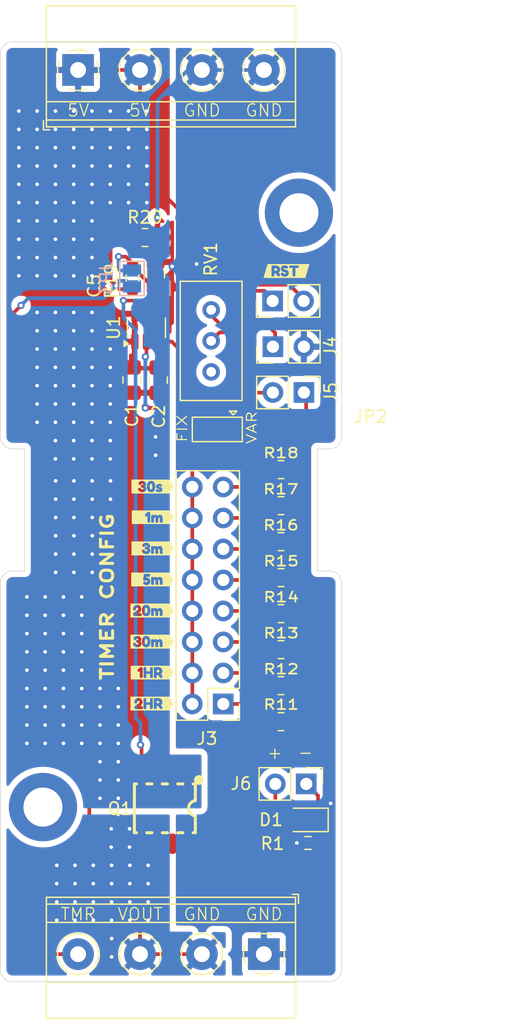
<source format=kicad_pcb>
(kicad_pcb (version 20240108) (generator "pcbnew") (generator_version "8.0")
  (layers (0 "F.Cu" signal) (31 "B.Cu" signal) (34 "B.Paste" user) (35 "F.Paste" user) (36 "B.SilkS" user "B.Silkscreen") (37 "F.SilkS" user "F.Silkscreen") (38 "B.Mask" user) (39 "F.Mask" user) (44 "Edge.Cuts" user))
  (net 0 "")
  (net 1 "+5V")
  (net 2 "GND")
  (net 3 "Net-(JP3-A)")
  (net 4 "VOUT")
  (net 5 "Net-(D1-K)")
  (net 6 "TIMER_DONE")
  (net 7 "Net-(J3-Pin_10)")
  (net 8 "Net-(J3-Pin_5)")
  (net 9 "Net-(J3-Pin_1)")
  (net 10 "Net-(J3-Pin_11)")
  (net 11 "Net-(J3-Pin_13)")
  (net 12 "Net-(J3-Pin_15)")
  (net 13 "Net-(J3-Pin_9)")
  (net 14 "Net-(J3-Pin_3)")
  (net 15 "Net-(J3-Pin_7)")
  (net 16 "Net-(J4-Pin_1)")
  (net 17 "Net-(J5-Pin_1)")
  (net 18 "Net-(J5-Pin_2)")
  (net 19 "Net-(JP2-C)")
  (net 20 "Net-(Q1-G)")
  (footprint "Resistor_SMD:R_0805_2012Metric_Pad1.20x1.40mm_HandSolder" (layer "F.Cu") (at 19.53 35.8)
    (property "Reference" "R13")
    (property "Value" "91K")
  )
  (footprint "Resistor_SMD:R_0603_1608Metric_Pad0.98x0.95mm_HandSolder" (layer "F.Cu") (at 7.35 5.35 -90)
    (property "Reference" "R19")
    (property "Value" "10K")
  )
  (footprint "Resistor_SMD:R_0805_2012Metric_Pad1.20x1.40mm_HandSolder" (layer "F.Cu") (at 8.37 2.0325)
    (property "Reference" "R20")
    (property "Value" "1M")
  )
  (footprint "Resistor_SMD:R_0805_2012Metric_Pad1.20x1.40mm_HandSolder" (layer "F.Cu") (at 19.53 41.7)
    (property "Reference" "R11")
    (property "Value" "169K")
  )
  (footprint "Capacitor_SMD:C_0805_2012Metric_Pad1.18x1.45mm_HandSolder" (layer "F.Cu") (at 7.3 13.7125 90)
    (property "Reference" "C1")
    (property "Value" "100nF")
  )
  (footprint "TerminalBlock_Phoenix:TerminalBlock_Phoenix_MKDS-1,5-4-5.08_1x04_P5.08mm_Horizontal" (layer "F.Cu") (at 2.88 -11.695)
    (property "Reference" "J1" (hide yes))
    (property "Value" "Screw_Terminal_01x04")
  )
  (footprint "Resistor_SMD:R_0805_2012Metric_Pad1.20x1.40mm_HandSolder" (layer "F.Cu") (at 19.53 32.85)
    (property "Reference" "R14")
    (property "Value" "76.8K")
  )
  (footprint "kibuzzard-6780055F" (layer "F.Cu") (at 8.995493 22.436439)
    (property "Reference" "kibuzzard-6780055F" (hide yes))
    (property "Value" "G***" (hide yes))
  )
  (footprint "powergate:SOP-8_L5.0-W4.0-P1.27-LS6.2-BL" (layer "F.Cu") (at 10 48.8 180)
    (property "Reference" "Q1")
    (property "Value" "AO4459")
  )
  (footprint "kibuzzard-6780065B" (layer "F.Cu") (at 8.954721 40.216439)
    (property "Reference" "kibuzzard-6780065B" (hide yes))
    (property "Value" "G***" (hide yes))
  )
  (footprint "Connector_PinHeader_2.54mm:PinHeader_2x08_P2.54mm_Vertical" (layer "F.Cu") (at 14.79 40.25 180)
    (property "Reference" "J3")
    (property "Value" "Timer Config")
  )
  (footprint "Connector_PinHeader_2.54mm:PinHeader_1x02_P2.54mm_Vertical" (layer "F.Cu") (at 21.6 46.8 -90)
    (property "Reference" "J6")
    (property "Value" "Conn_01x02_Socket")
  )
  (footprint "Resistor_SMD:R_0805_2012Metric_Pad1.20x1.40mm_HandSolder" (layer "F.Cu") (at 19.53 38.75)
    (property "Reference" "R12")
    (property "Value" "124K")
  )
  (footprint "kibuzzard-678005F6" (layer "F.Cu") (at 8.996996 27.506781)
    (property "Reference" "kibuzzard-678005F6" (hide yes))
    (property "Value" "G***" (hide yes))
  )
  (footprint "Connector_PinHeader_2.54mm:PinHeader_1x02_P2.54mm_Vertical" (layer "F.Cu") (at 18.84 7.23 90)
    (property "Reference" "SW1" (hide yes))
    (property "Value" "SW_Push")
  )
  (footprint "Resistor_SMD:R_0805_2012Metric_Pad1.20x1.40mm_HandSolder" (layer "F.Cu") (at 19.53 26.95)
    (property "Reference" "R16")
    (property "Value" "34.8K")
  )
  (footprint "Jumper:SolderJumper-3_P1.3mm_Open_Pad1.0x1.5mm" (layer "F.Cu") (at 14.3 17.755357 180)
    (property "Reference" "JP2")
    (property "Value" "SolderJumper_3_Open")
  )
  (footprint "kibuzzard-678005E5" (layer "F.Cu") (at 9.00794 24.95)
    (property "Reference" "kibuzzard-678005E5" (hide yes))
    (property "Value" "G***" (hide yes))
  )
  (footprint "MountingHole:MountingHole_3.2mm_M3_DIN965_Pad_TopBottom" (layer "F.Cu") (at 21 0)
    (property "Reference" "REF**" (hide yes))
    (property "Value" "MountingHole_3.2mm_M3_DIN965_Pad_TopBottom" (hide yes))
  )
  (footprint "Potentiometer_THT:Potentiometer_Bourns_3296W_Vertical" (layer "F.Cu") (at 13.8 13.04 -90)
    (property "Reference" "RV1")
    (property "Value" "200K")
  )
  (footprint "kibuzzard-67800525" (layer "F.Cu") (at 8.964163 37.681588)
    (property "Reference" "kibuzzard-67800525" (hide yes))
    (property "Value" "G***" (hide yes))
  )
  (footprint "kibuzzard-67800635" (layer "F.Cu") (at 8.954292 32.593863)
    (property "Reference" "kibuzzard-67800635" (hide yes))
    (property "Value" "G***" (hide yes))
  )
  (footprint "MountingHole:MountingHole_3.2mm_M3_DIN965_Pad_TopBottom" (layer "F.Cu") (at 0 48.7)
    (property "Reference" "REF**" (hide yes))
    (property "Value" "MountingHole_3.2mm_M3_DIN965_Pad_TopBottom" (hide yes))
  )
  (footprint "kibuzzard-67800642" (layer "F.Cu") (at 8.954935 35.142876)
    (property "Reference" "kibuzzard-67800642" (hide yes))
    (property "Value" "G***" (hide yes))
  )
  (footprint "Resistor_SMD:R_0805_2012Metric_Pad1.20x1.40mm_HandSolder" (layer "F.Cu") (at 19.53 29.9)
    (property "Reference" "R15")
    (property "Value" "43.2K")
  )
  (footprint "kibuzzard-6780061E" (layer "F.Cu") (at 8.985408 30.05)
    (property "Reference" "kibuzzard-6780061E" (hide yes))
    (property "Value" "G***" (hide yes))
  )
  (footprint "kibuzzard-6780088B" (layer "F.Cu") (at 19.975 4.775)
    (property "Reference" "kibuzzard-6780088B" (hide yes))
    (property "Value" "G***" (hide yes))
  )
  (footprint "Capacitor_SMD:C_0805_2012Metric_Pad1.18x1.45mm_HandSolder" (layer "F.Cu") (at 9.24 5.0725 90)
    (property "Reference" "C5")
    (property "Value" "100nF")
  )
  (footprint "TerminalBlock_Phoenix:TerminalBlock_Phoenix_MKDS-1,5-4-5.08_1x04_P5.08mm_Horizontal" (layer "F.Cu") (at 18.12 60.75 180)
    (property "Reference" "J2" (hide yes))
    (property "Value" "Screw_Terminal_01x04")
  )
  (footprint "Resistor_SMD:R_0805_2012Metric_Pad1.20x1.40mm_HandSolder" (layer "F.Cu") (at 19.53 24)
    (property "Reference" "R17")
    (property "Value" "22K")
  )
  (footprint "Package_TO_SOT_SMD:SOT-23-6" (layer "F.Cu") (at 8.49 9.4225 90)
    (property "Reference" "U1")
    (property "Value" "TPL5110")
  )
  (footprint "Connector_PinHeader_2.54mm:PinHeader_1x02_P2.54mm_Vertical" (layer "F.Cu") (at 21.405 14.73 -90)
    (property "Reference" "J5")
    (property "Value" "Conn_01x02_Socket")
  )
  (footprint "Resistor_SMD:R_0805_2012Metric_Pad1.20x1.40mm_HandSolder" (layer "F.Cu") (at 19.53 21.05)
    (property "Reference" "R18")
    (property "Value" "16.9K")
  )
  (footprint "Connector_PinHeader_2.54mm:PinHeader_1x02_P2.54mm_Vertical" (layer "F.Cu") (at 18.865 10.98 90)
    (property "Reference" "J4")
    (property "Value" "Conn_01x02_Socket")
  )
  (footprint "LED_SMD:LED_0805_2012Metric_Pad1.15x1.40mm_HandSolder" (layer "F.Cu") (at 21.54 49.75 180)
    (property "Reference" "D1")
    (property "Value" "LED")
  )
  (footprint "Capacitor_SMD:C_0805_2012Metric_Pad1.18x1.45mm_HandSolder" (layer "F.Cu") (at 9.46 13.7225 90)
    (property "Reference" "C2")
    (property "Value" "10uF")
  )
  (footprint "Resistor_SMD:R_0603_1608Metric_Pad0.98x0.95mm_HandSolder" (layer "F.Cu") (at 21.74 51.64 180)
    (property "Reference" "R1")
    (property "Value" "1K")
  )
  (footprint "Jumper:SolderJumper-2_P1.3mm_Open_Pad1.0x1.5mm" (layer "B.Cu") (at 7.3 5.3825 -90)
    (property "Reference" "JP3")
    (property "Value" "SolderJumper_2_Open")
  )
  (gr_line (start -2.5 -14) (end 23.5 -14) (stroke (width 0.05)) (layer "Edge.Cuts"))
  (gr_arc (start -2.5 63) (mid -3.207107 62.707107) (end -3.5 62) (stroke (width 0.05)) (layer "Edge.Cuts"))
  (gr_arc (start 24.5 18.35) (mid 24.207107 19.057107) (end 23.5 19.35) (stroke (width 0.05)) (layer "Edge.Cuts"))
  (gr_line (start -3.5 18.35) (end -3.5 -13) (stroke (width 0.05)) (layer "Edge.Cuts"))
  (gr_line (start 24.5 30.35) (end 24.5 62) (stroke (width 0.05)) (layer "Edge.Cuts"))
  (gr_line (start -1.5 19.35) (end -2.5 19.35) (stroke (width 0.05)) (layer "Edge.Cuts"))
  (gr_arc (start -3.5 -13) (mid -3.207107 -13.707107) (end -2.5 -14) (stroke (width 0.05)) (layer "Edge.Cuts"))
  (gr_line (start 23.5 29.35) (end 22.5 29.35) (stroke (width 0.05)) (layer "Edge.Cuts"))
  (gr_line (start -1.5 19.35) (end -1.5 29.35) (stroke (width 0.05)) (layer "Edge.Cuts"))
  (gr_arc (start 23.5 -14) (mid 24.207107 -13.707107) (end 24.5 -13) (stroke (width 0.05)) (layer "Edge.Cuts"))
  (gr_arc (start -3.5 30.35) (mid -3.207107 29.642893) (end -2.5 29.35) (stroke (width 0.05)) (layer "Edge.Cuts"))
  (gr_arc (start -2.5 19.35) (mid -3.207107 19.057107) (end -3.5 18.35) (stroke (width 0.05)) (layer "Edge.Cuts"))
  (gr_arc (start 23.5 29.35) (mid 24.207107 29.642893) (end 24.5 30.35) (stroke (width 0.05)) (layer "Edge.Cuts"))
  (gr_line (start 22.5 19.35) (end 23.5 19.35) (stroke (width 0.05)) (layer "Edge.Cuts"))
  (gr_line (start -3.5 62) (end -3.5 30.35) (stroke (width 0.05)) (layer "Edge.Cuts"))
  (gr_line (start -2.5 29.35) (end -1.5 29.35) (stroke (width 0.05)) (layer "Edge.Cuts"))
  (gr_line (start 22.5 29.35) (end 22.5 19.35) (stroke (width 0.05)) (layer "Edge.Cuts"))
  (gr_arc (start 24.5 62) (mid 24.207107 62.707107) (end 23.5 63) (stroke (width 0.05)) (layer "Edge.Cuts"))
  (gr_line (start 24.5 18.35) (end 24.5 -13) (stroke (width 0.05)) (layer "Edge.Cuts"))
  (gr_line (start -2.5 63) (end 23.5 63) (stroke (width 0.05)) (layer "Edge.Cuts"))
  (gr_text "GND" (at 16.546191 -7.8 0) (layer "F.SilkS") (effects (font (size 1 1) (thickness 0.1)) (justify left bottom)))
  (gr_text "TMR" (at 1.377619 58.06 0) (layer "F.SilkS") (effects (font (size 1 1) (thickness 0.1)) (justify left bottom)))
  (gr_text "FIX" (at 11.89 18.89 90) (layer "F.SilkS") (effects (font (size 0.8 1) (thickness 0.1)) (justify left bottom)))
  (gr_text "GND" (at 11.466191 -7.8 0) (layer "F.SilkS") (effects (font (size 1 1) (thickness 0.1)) (justify left bottom)))
  (gr_text "VAR" (at 17.59 19.02 90) (layer "F.SilkS") (effects (font (size 0.8 1) (thickness 0.1)) (justify left bottom)))
  (gr_text "+" (at 18.34 44.83 0) (layer "F.SilkS") (effects (font (size 1 1) (thickness 0.1)) (justify left bottom)))
  (gr_text "GND" (at 16.550953 58.06 0) (layer "F.SilkS") (effects (font (size 1 1) (thickness 0.1)) (justify left bottom)))
  (gr_text "VOUT" (at 6.052857 58.06 0) (layer "F.SilkS") (effects (font (size 1 1) (thickness 0.1)) (justify left bottom)))
  (gr_text "-" (at 20.86 44.8 0) (layer "F.SilkS") (effects (font (size 1 1) (thickness 0.1)) (justify left bottom)))
  (gr_text "TIMER CONFIG" (at 5.85 38.429524 90) (layer "F.SilkS") (effects (font (size 1 1.3) (thickness 0.25) (bold yes)) (justify left bottom)))
  (gr_text "5V" (at 1.925238 -7.8 0) (layer "F.SilkS") (effects (font (size 1 1) (thickness 0.1)) (justify left bottom)))
  (gr_text "GND" (at 11.470953 58.06 0) (layer "F.SilkS") (effects (font (size 1 1) (thickness 0.1)) (justify left bottom)))
  (gr_text "5V" (at 7.005238 -7.8 0) (layer "F.SilkS") (effects (font (size 1 1) (thickness 0.1)) (justify left bottom)))
  (segment (start 7.54 12.435) (end 7.3 12.675) (width 0.2) (layer "F.Cu") (net 1))
  (segment (start 4.8 -0.28) (end 7.96 -3.44) (width 0.2) (layer "F.Cu") (net 1))
  (segment (start 7.3 12.675) (end 9.45 12.675) (width 0.2) (layer "F.Cu") (net 1))
  (segment (start 11.4 0) (end 7.96 -3.44) (width 0.3) (layer "F.Cu") (net 1))
  (segment (start 11.9 5.9) (end 11.4 5.4) (width 0.3) (layer "F.Cu") (net 1))
  (segment (start 21.565 7.25) (end 20.215 5.9) (width 0.3) (layer "F.Cu") (net 1))
  (segment (start 6 15.8) (end 6.6 16.4) (width 0.2) (layer "F.Cu") (net 1))
  (segment (start 6.285 8.285) (end 4.8 6.8) (width 0.2) (layer "F.Cu") (net 1))
  (segment (start 7 39.4) (end 7 16.8) (width 0.3) (layer "F.Cu") (net 1))
  (segment (start 4.8 6.8) (end 4.8 -0.28) (width 0.2) (layer "F.Cu") (net 1))
  (segment (start 7.3 12.675) (end 6.525 12.675) (width 0.2) (layer "F.Cu") (net 1))
  (segment (start 7 16.8) (end 6.6 16.4) (width 0.3) (layer "F.Cu") (net 1))
  (segment (start 6 13.2) (end 6 15.8) (width 0.2) (layer "F.Cu") (net 1))
  (segment (start 7.54 8.285) (end 7.54 10.56) (width 0.2) (layer "F.Cu") (net 1))
  (segment (start 20.215 5.9) (end 11.9 5.9) (width 0.3) (layer "F.Cu") (net 1))
  (segment (start 7.96 -3.44) (end 7.96 -11.695) (width 0.3) (layer "F.Cu") (net 1))
  (segment (start 11.9 45.9) (end 9.36 45.9) (width 0.3) (layer "F.Cu") (net 1))
  (segment (start 9.36 45.9) (end 9.36 41.76) (width 0.3) (layer "F.Cu") (net 1))
  (segment (start 9.36 41.76) (end 7 39.4) (width 0.3) (layer "F.Cu") (net 1))
  (segment (start 7.54 8.285) (end 6.285 8.285) (width 0.2) (layer "F.Cu") (net 1))
  (segment (start 7.54 10.56) (end 7.54 12.435) (width 0.2) (layer "F.Cu") (net 1))
  (segment (start 9.45 12.675) (end 9.46 12.685) (width 0.2) (layer "F.Cu") (net 1))
  (segment (start 11.4 5.4) (end 11.4 0) (width 0.3) (layer "F.Cu") (net 1))
  (segment (start 7.96 -11.695) (end 2.88 -11.695) (width 0.3) (layer "F.Cu") (net 1))
  (segment (start 6.525 12.675) (end 6 13.2) (width 0.2) (layer "F.Cu") (net 1))
  (via (at 1.68 31.48) (size 0.6) (drill 0.3) (layers "F.Cu" "B.Cu") (net 1))
  (via (at 2.54 29.47) (size 0.6) (drill 0.3) (layers "F.Cu" "B.Cu") (net 1))
  (via (at 5.54 21.97) (size 0.6) (drill 0.3) (layers "F.Cu" "B.Cu") (net 1))
  (via (at 4.68 44.98) (size 0.6) (drill 0.3) (layers "F.Cu" "B.Cu") (net 1))
  (via (at -1.32 31.48) (size 0.6) (drill 0.3) (layers "F.Cu" "B.Cu") (net 1))
  (via (at 4.02 -5.33) (size 0.6) (drill 0.3) (layers "F.Cu" "B.Cu") (net 1))
  (via (at 2.52 0.67) (size 0.6) (drill 0.3) (layers "F.Cu" "B.Cu") (net 1))
  (via (at 5.52 -2.33) (size 0.6) (drill 0.3) (layers "F.Cu" "B.Cu") (net 1))
  (via (at 4.02 -0.83) (size 0.6) (drill 0.3) (layers "F.Cu" "B.Cu") (net 1))
  (via (at 1.02 11.17) (size 0.6) (drill 0.3) (layers "F.Cu" "B.Cu") (net 1))
  (via (at 4.68 41.98) (size 0.6) (drill 0.3) (layers "F.Cu" "B.Cu") (net 1))
  (via (at 4.68 47.98) (size 0.6) (drill 0.3) (layers "F.Cu" "B.Cu") (net 1))
  (via (at 4.02 12.67) (size 0.6) (drill 0.3) (layers "F.Cu" "B.Cu") (net 1))
  (via (at 3.18 43.48) (size 0.6) (drill 0.3) (layers "F.Cu" "B.Cu") (net 1))
  (via (at 1.04 26.47) (size 0.6) (drill 0.3) (layers "F.Cu" "B.Cu") (net 1))
  (via (at 5.52 -3.83) (size 0.6) (drill 0.3) (layers "F.Cu" "B.Cu") (net 1))
  (via (at -1.98 3.67) (size 0.6) (drill 0.3) (layers "F.Cu" "B.Cu") (net 1))
  (via (at -1.98 -6.83) (size 0.6) (drill 0.3) (layers "F.Cu" "B.Cu") (net 1))
  (via (at 4.68 43.48) (size 0.6) (drill 0.3) (layers "F.Cu" "B.Cu") (net 1))
  (via (at 2.52 -0.83) (size 0.6) (drill 0.3) (layers "F.Cu" "B.Cu") (net 1))
  (via (at 8.52 -5.33) (size 0.6) (drill 0.3) (layers "F.Cu" "B.Cu") (net 1))
  (via (at -1.98 5.17) (size 0.6) (drill 0.3) (layers "F.Cu" "B.Cu") (net 1))
  (via (at 8.52 -3.83) (size 0.6) (drill 0.3) (layers "F.Cu" "B.Cu") (net 1))
  (via (at 5.52 -6.83) (size 0.6) (drill 0.3) (layers "F.Cu" "B.Cu") (net 1))
  (via (at 1.02 2.17) (size 0.6) (drill 0.3) (layers "F.Cu" "B.Cu") (net 1))
  (via (at -1.32 38.98) (size 0.6) (drill 0.3) (layers "F.Cu" "B.Cu") (net 1))
  (via (at 2.52 -5.33) (size 0.6) (drill 0.3) (layers "F.Cu" "B.Cu") (net 1))
  (via (at 2.52 12.67) (size 0.6) (drill 0.3) (layers "F.Cu" "B.Cu") (net 1))
  (via (at 9.24 19.87) (size 0.6) (drill 0.3) (layers "F.Cu" "B.Cu") (net 1))
  (via (at 0.18 40.48) (size 0.6) (drill 0.3) (layers "F.Cu" "B.Cu") (net 1))
  (via (at 1.02 14.17) (size 0.6) (drill 0.3) (layers "F.Cu" "B.Cu") (net 1))
  (via (at 5.52 20.17) (size 0.6) (drill 0.3) (layers "F.Cu" "B.Cu") (net 1))
  (via (at -1.32 40.48) (size 0.6) (drill 0.3) (layers "F.Cu" "B.Cu") (net 1))
  (via (at -0.48 0.67) (size 0.6) (drill 0.3) (layers "F.Cu" "B.Cu") (net 1))
  (via (at 4.04 27.97) (size 0.6) (drill 0.3) (layers "F.Cu" "B.Cu") (net 1))
  (via (at -1.32 32.98) (size 0.6) (drill 0.3) (layers "F.Cu" "B.Cu") (net 1))
  (via (at 1.02 -0.83) (size 0.6) (drill 0.3) (layers "F.Cu" "B.Cu") (net 1))
  (via (at 4.02 20.17) (size 0.6) (drill 0.3) (layers "F.Cu" "B.Cu") (net 1))
  (via (at -1.32 35.98) (size 0.6) (drill 0.3) (layers "F.Cu" "B.Cu") (net 1))
  (via (at -0.48 -2.33) (size 0.6) (drill 0.3) (layers "F.Cu" "B.Cu") (net 1))
  (via (at 9.24 18.37) (size 0.6) (drill 0.3) (layers "F.Cu" "B.Cu") (net 1))
  (via (at 3.18 32.98) (size 0.6) (drill 0.3) (layers "F.Cu" "B.Cu") (net 1))
  (via (at 1.02 12.67) (size 0.6) (drill 0.3) (layers "F.Cu" "B.Cu") (net 1))
  (via (at 4.02 -8.33) (size 0.6) (drill 0.3) (layers "F.Cu" "B.Cu") (net 1))
  (via (at 4.02 0.67) (size 0.6) (drill 0.3) (layers "F.Cu" "B.Cu") (net 1))
  (via (at 0.18 38.98) (size 0.6) (drill 0.3) (layers "F.Cu" "B.Cu") (net 1))
  (via (at 4.02 17.17) (size 0.6) (drill 0.3) (layers "F.Cu" "B.Cu") (net 1))
  (via (at 2.54 27.97) (size 0.6) (drill 0.3) (layers "F.Cu" "B.Cu") (net 1))
  (via (at -1.32 43.48) (size 0.6) (drill 0.3) (layers "F.Cu" "B.Cu") (net 1))
  (via (at 4.68 38.98) (size 0.6) (drill 0.3) (layers "F.Cu" "B.Cu") (net 1))
  (via (at 4.02 15.67) (size 0.6) (drill 0.3) (layers "F.Cu" "B.Cu") (net 1))
  (via (at -0.48 9.67) (size 0.6) (drill 0.3) (layers "F.Cu" "B.Cu") (net 1))
  (via (at 4.04 24.97) (size 0.6) (drill 0.3) (layers "F.Cu" "B.Cu") (net 1))
  (via (at 2.52 9.67) (size 0.6) (drill 0.3) (layers "F.Cu" "B.Cu") (net 1))
  (via (at 2.52 17.17) (size 0.6) (drill 0.3) (layers "F.Cu" "B.Cu") (net 1))
  (via (at 4.68 40.48) (size 0.6) (drill 0.3) (layers "F.Cu" "B.Cu") (net 1))
  (via (at 1.02 15.67) (size 0.6) (drill 0.3) (layers "F.Cu" "B.Cu") (net 1))
  (via (at -0.48 5.17) (size 0.6) (drill 0.3) (layers "F.Cu" "B.Cu") (net 1))
  (via (at 1.04 21.97) (size 0.6) (drill 0.3) (layers "F.Cu" "B.Cu") (net 1))
  (via (at -0.48 3.67) (size 0.6) (drill 0.3) (layers "F.Cu" "B.Cu") (net 1))
  (via (at 2.52 3.67) (size 0.6) (drill 0.3) (layers "F.Cu" "B.Cu") (net 1))
  (via (at 5.52 12.67) (size 0.6) (drill 0.3) (layers "F.Cu" "B.Cu") (net 1))
  (via (at -0.48 -3.83) (size 0.6) (drill 0.3) (layers "F.Cu" "B.Cu") (net 1))
  (via (at 3.18 34.48) (size 0.6) (drill 0.3) (layers "F.Cu" "B.Cu") (net 1))
  (via (at 2.52 5.17) (size 0.6) (drill 0.3) (layers "F.Cu" "B.Cu") (net 1))
  (via (at 0.18 35.98) (size 0.6) (drill 0.3) (layers "F.Cu" "B.Cu") (net 1))
  (via (at 5.52 17.17) (size 0.6) (drill 0.3) (layers "F.Cu" "B.Cu") (net 1))
  (via (at 2.52 2.17) (size 0.6) (drill 0.3) (layers "F.Cu" "B.Cu") (net 1))
  (via (at 1.68 34.48) (size 0.6) (drill 0.3) (layers "F.Cu" "B.Cu") (net 1))
  (via (at 4.02 2.17) (size 0.6) (drill 0.3) (layers "F.Cu" "B.Cu") (net 1))
  (via (at 4.02 9.67) (size 0.6) (drill 0.3) (layers "F.Cu" "B.Cu") (net 1))
  (via (at 4.02 3.67) (size 0.6) (drill 0.3) (layers "F.Cu" "B.Cu") (net 1))
  (via (at 2.54 21.97) (size 0.6) (drill 0.3) (layers "F.Cu" "B.Cu") (net 1))
  (via (at 7.02 -3.83) (size 0.6) (drill 0.3) (layers "F.Cu" "B.Cu") (net 1))
  (via (at 5.52 -5.33) (size 0.6) (drill 0.3) (layers "F.Cu" "B.Cu") (net 1))
  (via (at -1.98 -3.83) (size 0.6) (drill 0.3) (layers "F.Cu" "B.Cu") (net 1))
  (via (at 2.52 -2.33) (size 0.6) (drill 0.3) (layers "F.Cu" "B.Cu") (net 1))
  (via (at 5.52 14.17) (size 0.6) (drill 0.3) (layers "F.Cu" "B.Cu") (net 1))
  (via (at -1.98 -0.83) (size 0.6) (drill 0.3) (layers "F.Cu" "B.Cu") (net 1))
  (via (at -0.48 14.17) (size 0.6) (drill 0.3) (layers "F.Cu" "B.Cu") (net 1))
  (via (at 1.68 35.98) (size 0.6) (drill 0.3) (layers "F.Cu" "B.Cu") (net 1))
  (via (at -0.48 2.17) (size 0.6) (drill 0.3) (layers "F.Cu" "B.Cu") (net 1))
  (via (at 0.18 37.48) (size 0.6) (drill 0.3) (layers "F.Cu" "B.Cu") (net 1))
  (via (at 6.18 40.48) (size 0.6) (drill 0.3) (layers "F.Cu" "B.Cu") (net 1))
  (via (at 7.02 -5.33) (size 0.6) (drill 0.3) (layers "F.Cu" "B.Cu") (net 1))
  (via (at 8.52 -6.83) (size 0.6) (drill 0.3) (layers "F.Cu" "B.Cu") (net 1))
  (via (at 1.02 18.67) (size 0.6) (drill 0.3) (layers "F.Cu" "B.Cu") (net 1))
  (via (at -0.48 12.67) (size 0.6) (drill 0.3) (layers "F.Cu" "B.Cu") (net 1))
  (via (at 4.04 26.47) (size 0.6) (drill 0.3) (layers "F.Cu" "B.Cu") (net 1))
  (via (at 1.02 9.67) (size 0.6) (drill 0.3) (layers "F.Cu" "B.Cu") (net 1))
  (via (at 0.18 31.48) (size 0.6) (drill 0.3) (layers "F.Cu" "B.Cu") (net 1))
  (via (at -1.32 41.98) (size 0.6) (drill 0.3) (layers "F.Cu" "B.Cu") (net 1))
  (via (at 1.68 38.98) (size 0.6) (drill 0.3) (layers "F.Cu" "B.Cu") (net 1))
  (via (at 2.52 11.17) (size 0.6) (drill 0.3) (layers "F.Cu" "B.Cu") (net 1))
  (via (at 2.52 -3.83) (size 0.6) (drill 0.3) (layers "F.Cu" "B.Cu") (net 1))
  (via (at 7.02 -8.33) (size 0.6) (drill 0.3) (layers "F.Cu" "B.Cu") (net 1))
  (via (at 4.02 18.67) (size 0.6) (drill 0.3) (layers "F.Cu" "B.Cu") (net 1))
  (via (at 6.18 38.98) (size 0.6) (drill 0.3) (layers "F.Cu" "B.Cu") (net 1))
  (via (at 6.18 46.48) (size 0.6) (drill 0.3) (layers "F.Cu" "B.Cu") (net 1))
  (via (at -1.32 37.48) (size 0.6) (drill 0.3) (layers "F.Cu" "B.Cu") (net 1))
  (via (at 7.02 -2.33) (size 0.6) (drill 0.3) (layers "F.Cu" "B.Cu") (net 1))
  (via (at 6.18 44.98) (size 0.6) (drill 0.3) (layers "F.Cu" "B.Cu") (net 1))
  (via (at 6.18 47.98) (size 0.6) (drill 0.3) (layers "F.Cu" "B.Cu") (net 1))
  (via (at 3.18 38.98) (size 0.6) (drill 0.3) (layers "F.Cu" "B.Cu") (net 1))
  (via (at 1.68 37.48) (size 0.6) (drill 0.3) (layers "F.Cu" "B.Cu") (net 1))
  (via (at 4.68 46.48) (size 0.6) (drill 0.3) (layers "F.Cu" "B.Cu") (net 1))
  (via (at -1.98 0.67) (size 0.6) (drill 0.3) (layers "F.Cu" "B.Cu") (net 1))
  (via (at -0.48 11.17) (size 0.6) (drill 0.3) (layers "F.Cu" "B.Cu") (net 1))
  (via (at -0.48 -5.33) (size 0.6) (drill 0.3) (layers "F.Cu" "B.Cu") (net 1))
  (via (at -1.32 34.48) (size 0.6) (drill 0.3) (layers "F.Cu" "B.Cu") (net 1))
  (via (at 3.18 40.48) (size 0.6) (drill 0.3) (layers "F.Cu" "B.Cu") (net 1))
  (via (at 1.02 -6.83) (size 0.6) (drill 0.3) (layers "F.Cu" "B.Cu") (net 1))
  (via (at 1.68 43.48) (size 0.6) (drill 0.3) (layers "F.Cu" "B.Cu") (net 1))
  (via (at 4.02 8.17) (size 0.6) (drill 0.3) (layers "F.Cu" "B.Cu") (net 1))
  (via (at 1.04 29.47) (size 0.6) (drill 0.3) (layers "F.Cu" "B.Cu") (net 1))
  (via (at 4.02 14.17) (size 0.6) (drill 0.3) (layers "F.Cu" "B.Cu") (net 1))
  (via (at 1.68 40.48) (size 0.6) (drill 0.3) (layers "F.Cu" "B.Cu") (net 1))
  (via (at 5.52 18.67) (size 0.6) (drill 0.3) (layers "F.Cu" "B.Cu") (net 1))
  (via (at 2.52 -8.33) (size 0.6) (drill 0.3) (layers "F.Cu" "B.Cu") (net 1))
  (via (at 2.54 24.97) (size 0.6) (drill 0.3) (layers "F.Cu" "B.Cu") (net 1))
  (via (at 4.02 5.17) (size 0.6) (drill 0.3) (layers "F.Cu" "B.Cu") (net 1))
  (via (at 7.02 -6.83) (size 0.6) (drill 0.3) (layers "F.Cu" "B.Cu") (net 1))
  (via (at -0.48 17.17) (size 0.6) (drill 0.3) (layers "F.Cu" "B.Cu") (net 1))
  (via (at 1.68 41.98) (size 0.6) (drill 0.3) (layers "F.Cu" "B.Cu") (net 1))
  (via (at 3.18 35.98) (size 0.6) (drill 0.3) (layers "F.Cu" "B.Cu") (net 1))
  (via (at 5.52 -0.83) (size 0.6) (drill 0.3) (layers "F.Cu" "B.Cu") (net 1))
  (via (at 8.52 -8.33) (size 0.6) (drill 0.3) (layers "F.Cu" "B.Cu") (net 1))
  (via (at 1.04 24.97) (size 0.6) (drill 0.3) (layers "F.Cu" "B.Cu") (net 1))
  (via (at 4.04 21.97) (size 0.6) (drill 0.3) (layers "F.Cu" "B.Cu") (net 1))
  (via (at 0.18 32.98) (size 0.6) (drill 0.3) (layers "F.Cu" "B.Cu") (net 1))
  (via (at 2.52 18.67) (size 0.6) (drill 0.3) (layers "F.Cu" "B.Cu") (net 1))
  (via (at 1.02 5.17) (size 0.6) (drill 0.3) (layers "F.Cu" "B.Cu") (net 1))
  (via (at 1.02 -8.33) (size 0.6) (drill 0.3) (layers "F.Cu" "B.Cu") (net 1))
  (via (at -0.48 15.67) (size 0.6) (drill 0.3) (layers "F.Cu" "B.Cu") (net 1))
  (via (at 3.18 31.48) (size 0.6) (drill 0.3) (layers "F.Cu" "B.Cu") (net 1))
  (via (at 1.02 -2.33) (size 0.6) (drill 0.3) (layers "F.Cu" "B.Cu") (net 1))
  (via (at 1.04 23.47) (size 0.6) (drill 0.3) (layers "F.Cu" "B.Cu") (net 1))
  (via (at 2.54 23.47) (size 0.6) (drill 0.3) (layers "F.Cu" "B.Cu") (net 1))
  (via (at 3.18 37.48) (size 0.6) (drill 0.3) (layers "F.Cu" "B.Cu") (net 1))
  (via (at 4.02 -6.83) (size 0.6) (drill 0.3) (layers "F.Cu" "B.Cu") (net 1))
  (via (at -0.48 -6.83) (size 0.6) (drill 0.3) (layers "F.Cu" "B.Cu") (net 1))
  (via (at -0.48 -8.33) (size 0.6) (drill 0.3) (layers "F.Cu" "B.Cu") (net 1))
  (via (at -1.98 -8.33) (size 0.6) (drill 0.3) (layers "F.Cu" "B.Cu") (net 1))
  (via (at 0.18 41.98) (size 0.6) (drill 0.3) (layers "F.Cu" "B.Cu") (net 1))
  (via (at 5.52 -8.33) (size 0.6) (drill 0.3) (layers "F.Cu" "B.Cu") (net 1))
  (via (at -1.98 -5.33) (size 0.6) (drill 0.3) (layers "F.Cu" "B.Cu") (net 1))
  (via (at 2.52 15.67) (size 0.6) (drill 0.3) (layers "F.Cu" "B.Cu") (net 1))
  (via (at -1.98 -2.33) (size 0.6) (drill 0.3) (layers "F.Cu" "B.Cu") (net 1))
  (via (at 2.52 8.17) (size 0.6) (drill 0.3) (layers "F.Cu" "B.Cu") (net 1))
  (via (at 6.18 41.98) (size 0.6) (drill 0.3) (layers "F.Cu" "B.Cu") (net 1))
  (via (at 4.04 29.47) (size 0.6) (drill 0.3) (layers "F.Cu" "B.Cu") (net 1))
  (via (at 6.18 43.48) (size 0.6) (drill 0.3) (layers "F.Cu" "B.Cu") (net 1))
  (via (at 1.02 17.17) (size 0.6) (drill 0.3) (layers "F.Cu" "B.Cu") (net 1))
  (via (at 1.04 27.97) (size 0.6) (drill 0.3) (layers "F.Cu" "B.Cu") (net 1))
  (via (at 7.02 -0.83) (size 0.6) (drill 0.3) (layers "F.Cu" "B.Cu") (net 1))
  (via (at 2.52 -6.83) (size 0.6) (drill 0.3) (layers "F.Cu" "B.Cu") (net 1))
  (via (at 8.52 -2.33) (size 0.6) (drill 0.3) (layers "F.Cu" "B.Cu") (net 1))
  (via (at 2.52 14.17) (size 0.6) (drill 0.3) (layers "F.Cu" "B.Cu") (net 1))
  (via (at -1.98 2.17) (size 0.6) (drill 0.3) (layers "F.Cu" "B.Cu") (net 1))
  (via (at 2.52 20.17) (size 0.6) (drill 0.3) (layers "F.Cu" "B.Cu") (net 1))
  (via (at 4.02 -2.33) (size 0.6) (drill 0.3) (layers "F.Cu" "B.Cu") (net 1))
  (via (at 1.02 -5.33) (size 0.6) (drill 0.3) (layers "F.Cu" "B.Cu") (net 1))
  (via (at 5.54 23.47) (size 0.6) (drill 0.3) (layers "F.Cu" "B.Cu") (net 1))
  (via (at -0.48 8.17) (size 0.6) (drill 0.3) (layers "F.Cu" "B.Cu") (net 1))
  (via (at 4.02 -3.83) (size 0.6) (drill 0.3) (layers "F.Cu" "B.Cu") (net 1))
  (via (at 8.52 -0.83) (size 0.6) (drill 0.3) (layers "F.Cu" "B.Cu") (net 1))
  (via (at 1.02 3.67) (size 0.6) (drill 0.3) (layers "F.Cu" "B.Cu") (net 1))
  (via (at 1.02 0.67) (size 0.6) (drill 0.3) (layers "F.Cu" "B.Cu") (net 1))
  (via (at 2.54 26.47) (size 0.6) (drill 0.3) (layers "F.Cu" "B.Cu") (net 1))
  (via (at 5.52 15.67) (size 0.6) (drill 0.3) (layers "F.Cu" "B.Cu") (net 1))
  (via (at 1.02 20.17) (size 0.6) (drill 0.3) (layers "F.Cu" "B.Cu") (net 1))
  (via (at 4.02 11.17) (size 0.6) (drill 0.3) (layers "F.Cu" "B.Cu") (net 1))
  (via (at 0.18 34.48) (size 0.6) (drill 0.3) (layers "F.Cu" "B.Cu") (net 1))
  (via (at 3.18 41.98) (size 0.6) (drill 0.3) (layers "F.Cu" "B.Cu") (net 1))
  (via (at 1.68 32.98) (size 0.6) (drill 0.3) (layers "F.Cu" "B.Cu") (net 1))
  (via (at 1.02 -3.83) (size 0.6) (drill 0.3) (layers "F.Cu" "B.Cu") (net 1))
  (via (at 0.18 43.48) (size 0.6) (drill 0.3) (layers "F.Cu" "B.Cu") (net 1))
  (via (at 5.52 11.17) (size 0.6) (drill 0.3) (layers "F.Cu" "B.Cu") (net 1))
  (via (at -0.48 -0.83) (size 0.6) (drill 0.3) (layers "F.Cu" "B.Cu") (net 1))
  (via (at 4.04 23.47) (size 0.6) (drill 0.3) (layers "F.Cu" "B.Cu") (net 1))
  (via (at 1.02 8.17) (size 0.6) (drill 0.3) (layers "F.Cu" "B.Cu") (net 1))
  (segment (start 20.53 21.05) (end 20.53 18.87) (width 0.3) (layer "F.Cu") (net 2))
  (segment (start 21.4 18.4) (end 22.2 17.6) (width 0.3) (layer "F.Cu") (net 2))
  (segment (start 22.6 4.2) (end 12.6 4.2) (width 0.3) (layer "F.Cu") (net 2))
  (segment (start 10.6 4.4) (end 10.6 9) (width 0.3) (layer "F.Cu") (net 2))
  (segment (start 18.12 60.75) (end 19.85 60.75) (width 0.3) (layer "F.Cu") (net 2))
  (segment (start 9.4 2.0025) (end 9.37 2.0325) (width 0.3) (layer "F.Cu") (net 2))
  (segment (start 23.2 11.4) (end 22.8 11) (width 0.3) (layer "F.Cu") (net 2))
  (segment (start 9.2 16) (end 9.46 15.74) (width 0.3) (layer "F.Cu") (net 2))
  (segment (start 7.3 14.75) (end 9.45 14.75) (width 0.3) (layer "F.Cu") (net 2))
  (segment (start 22.9 41.7) (end 23.6 42.4) (width 0.3) (layer "F.Cu") (net 2))
  (segment (start 20.8275 59.7725) (end 20.8275 51.64) (width 0.3) (layer "F.Cu") (net 2))
  (segment (start 9.4 0.4) (end 9.4 2.0025) (width 0.3) (layer "F.Cu") (net 2))
  (segment (start 22.2 16.54) (end 23.2 15.54) (width 0.3) (layer "F.Cu") (net 2))
  (segment (start 10.235 4.035) (end 9.24 4.035) (width 0.3) (layer "F.Cu") (net 2))
  (segment (start 22.2 17.6) (end 22.2 16.54) (width 0.3) (layer "F.Cu") (net 2))
  (segment (start 23.6 42.4) (end 23.6 48.4) (width 0.3) (layer "F.Cu") (net 2))
  (segment (start 23.2 4.8) (end 22.6 4.2) (width 0.3) (layer "F.Cu") (net 2))
  (segment (start 9.37 3.905) (end 9.24 4.035) (width 0.3) (layer "F.Cu") (net 2))
  (segment (start 23.2 10.6) (end 23.2 4.8) (width 0.3) (layer "F.Cu") (net 2))
  (segment (start 9.46 15.74) (end 9.46 14.76) (width 0.3) (layer "F.Cu") (net 2))
  (segment (start 10.6 9) (end 10.2 9.4) (width 0.3) (layer "F.Cu") (net 2))
  (segment (start 22.8 11) (end 23.2 10.6) (width 0.3) (layer "F.Cu") (net 2))
  (segment (start 8.49 9.70375) (end 8.49 10.56) (width 0.3) (layer "F.Cu") (net 2))
  (segment (start 23.2 15.54) (end 23.2 11.4) (width 0.3) (layer "F.Cu") (net 2))
  (segment (start 19.85 60.75) (end 20.8275 59.7725) (width 0.3) (layer "F.Cu") (net 2))
  (segment (start 10.2 9.4) (end 8.79375 9.4) (width 0.3) (layer "F.Cu") (net 2))
  (segment (start 21 18.4) (end 21.4 18.4) (width 0.3) (layer "F.Cu") (net 2))
  (segment (start 20.53 41.7) (end 22.9 41.7) (width 0.3) (layer "F.Cu") (net 2))
  (segment (start 8.49 11.71) (end 8.4 11.8) (width 0.3) (layer "F.Cu") (net 2))
  (segment (start 22.8 11) (end 21.59 11) (width 0.3) (layer "F.Cu") (net 2))
  (segment (start 10.6 4.4) (end 10.235 4.035) (width 0.3) (layer "F.Cu") (net 2))
  (segment (start 8.49 10.56) (end 8.49 11.71) (width 0.3) (layer "F.Cu") (net 2))
  (segment (start 20.53 21.05) (end 20.53 41.7) (width 0.3) (layer "F.Cu") (net 2))
  (segment (start 20.53 18.87) (end 21 18.4) (width 0.3) (layer "F.Cu") (net 2))
  (segment (start 9.37 2.0325) (end 9.37 3.905) (width 0.3) (layer "F.Cu") (net 2))
  (segment (start 8.79375 9.4) (end 8.49 9.70375) (width 0.3) (layer "F.Cu") (net 2))
  (segment (start 8.4 16) (end 9.2 16) (width 0.3) (layer "F.Cu") (net 2))
  (segment (start 9.45 14.75) (end 9.46 14.76) (width 0.3) (layer "F.Cu") (net 2))
  (via (at 10.6 4.4) (size 0.6) (drill 0.3) (layers "F.Cu" "B.Cu") (net 2))
  (via (at 23.6 48.4) (size 0.6) (drill 0.3) (layers "F.Cu" "B.Cu") (net 2))
  (via (at 9.4 0.4) (size 0.6) (drill 0.3) (layers "F.Cu" "B.Cu") (net 2))
  (via (at 8.4 16) (size 0.6) (drill 0.3) (layers "F.Cu" "B.Cu") (net 2))
  (via (at 8.4 11.8) (size 0.6) (drill 0.3) (layers "F.Cu" "B.Cu") (net 2))
  (via (at 20.8275 51.64) (size 0.6) (drill 0.3) (layers "F.Cu" "B.Cu") (net 2))
  (via (at 12.6 4.2) (size 0.6) (drill 0.3) (layers "F.Cu" "B.Cu") (net 2))
  (segment (start 23.6 48.4) (end 21.6 48.4) (width 0.3) (layer "B.Cu") (net 2))
  (segment (start 10.6 4.4) (end 11.2 3.8) (width 0.3) (layer "B.Cu") (net 2))
  (segment (start 13.04 -11.695) (end 11.895 -11.695) (width 0.3) (layer "B.Cu") (net 2))
  (segment (start 12.2 3.8) (end 12.6 4.2) (width 0.3) (layer "B.Cu") (net 2))
  (segment (start 18.12 -11.695) (end 13.04 -11.695) (width 0.3) (layer "B.Cu") (net 2))
  (segment (start 8.4 11.8) (end 8.4 16) (width 0.3) (layer "B.Cu") (net 2))
  (segment (start 11.895 -11.695) (end 9.4 -9.2) (width 0.3) (layer "B.Cu") (net 2))
  (segment (start 20.8275 49.1725) (end 20.8275 51.64) (width 0.3) (layer "B.Cu") (net 2))
  (segment (start 21.6 48.4) (end 20.8275 49.1725) (width 0.3) (layer "B.Cu") (net 2))
  (segment (start 11.2 3.8) (end 12.2 3.8) (width 0.3) (layer "B.Cu") (net 2))
  (segment (start 9.4 -9.2) (end 9.4 0.4) (width 0.3) (layer "B.Cu") (net 2))
  (segment (start 6.8 3.6) (end 6.2 3.6) (width 0.3) (layer "F.Cu") (net 3))
  (segment (start 7.35 4.15) (end 6.8 3.6) (width 0.3) (layer "F.Cu") (net 3))
  (segment (start 9.44 6.31) (end 9.24 6.11) (width 0.3) (layer "F.Cu") (net 3))
  (segment (start 9.44 8.285) (end 9.44 6.31) (width 0.3) (layer "F.Cu") (net 3))
  (segment (start 9.24 6.11) (end 9.0225 6.11) (width 0.3) (layer "F.Cu") (net 3))
  (segment (start 9.0225 6.11) (end 7.35 4.4375) (width 0.3) (layer "F.Cu") (net 3))
  (segment (start 7.35 4.4375) (end 7.35 4.15) (width 0.3) (layer "F.Cu") (net 3))
  (via (at 6.2 3.6) (size 0.6) (drill 0.3) (layers "F.Cu" "B.Cu") (net 3))
  (segment (start 6.3325 4.7325) (end 7.3 4.7325) (width 0.3) (layer "B.Cu") (net 3))
  (segment (start 6.2 3.6) (end 6.2 4.6) (width 0.3) (layer "B.Cu") (net 3))
  (segment (start 6.2 4.6) (end 6.3325 4.7325) (width 0.3) (layer "B.Cu") (net 3))
  (segment (start 7.83 60.62) (end 7.96 60.75) (width 0.3) (layer "F.Cu") (net 4))
  (segment (start 12.3 51.7) (end 14.25 49.75) (width 0.3) (layer "F.Cu") (net 4))
  (segment (start 7.96 51.83) (end 8.09 51.7) (width 0.3) (layer "F.Cu") (net 4))
  (segment (start 7.96 60.75) (end 13.04 60.75) (width 0.3) (layer "F.Cu") (net 4))
  (segment (start 14.25 49.75) (end 20.515 49.75) (width 0.3) (layer "F.Cu") (net 4))
  (segment (start 7.96 60.75) (end 7.96 51.83) (width 0.3) (layer "F.Cu") (net 4))
  (segment (start 11.9 51.7) (end 12.3 51.7) (width 0.3) (layer "F.Cu") (net 4))
  (segment (start 8.09 51.7) (end 11.9 51.7) (width 0.3) (layer "F.Cu") (net 4))
  (segment (start 19.06 46.8) (end 19.06 48.295) (width 0.3) (layer "F.Cu") (net 4))
  (segment (start 19.06 48.295) (end 20.515 49.75) (width 0.3) (layer "F.Cu") (net 4))
  (via (at 7.1 50.48) (size 0.6) (drill 0.3) (layers "F.Cu" "B.Cu") (net 4))
  (via (at 7.13 53.47) (size 0.6) (drill 0.3) (layers "F.Cu" "B.Cu") (net 4))
  (via (at 5.63 54.97) (size 0.6) (drill 0.3) (layers "F.Cu" "B.Cu") (net 4))
  (via (at 1.13 57.97) (size 0.6) (drill 0.3) (layers "F.Cu" "B.Cu") (net 4))
  (via (at 5.6 51.98) (size 0.6) (drill 0.3) (layers "F.Cu" "B.Cu") (net 4))
  (via (at 5.6 50.48) (size 0.6) (drill 0.3) (layers "F.Cu" "B.Cu") (net 4))
  (via (at 2.63 56.47) (size 0.6) (drill 0.3) (layers "F.Cu" "B.Cu") (net 4))
  (via (at 5.63 53.47) (size 0.6) (drill 0.3) (layers "F.Cu" "B.Cu") (net 4))
  (via (at 5.63 56.47) (size 0.6) (drill 0.3) (layers "F.Cu" "B.Cu") (net 4))
  (via (at 4.13 53.47) (size 0.6) (drill 0.3) (layers "F.Cu" "B.Cu") (net 4))
  (via (at 2.63 57.97) (size 0.6) (drill 0.3) (layers "F.Cu" "B.Cu") (net 4))
  (via (at 1.13 54.97) (size 0.6) (drill 0.3) (layers "F.Cu" "B.Cu") (net 4))
  (via (at 5.63 59.47) (size 0.6) (drill 0.3) (layers "F.Cu" "B.Cu") (net 4))
  (via (at 1.13 56.47) (size 0.6) (drill 0.3) (layers "F.Cu" "B.Cu") (net 4))
  (via (at 8.63 53.47) (size 0.6) (drill 0.3) (layers "F.Cu" "B.Cu") (net 4))
  (via (at 8.63 57.97) (size 0.6) (drill 0.3) (layers "F.Cu" "B.Cu") (net 4))
  (via (at 4.13 54.97) (size 0.6) (drill 0.3) (layers "F.Cu" "B.Cu") (net 4))
  (via (at 7.13 54.97) (size 0.6) (drill 0.3) (layers "F.Cu" "B.Cu") (net 4))
  (via (at 5.63 57.97) (size 0.6) (drill 0.3) (layers "F.Cu" "B.Cu") (net 4))
  (via (at 2.63 53.47) (size 0.6) (drill 0.3) (layers "F.Cu" "B.Cu") (net 4))
  (via (at 8.63 54.97) (size 0.6) (drill 0.3) (layers "F.Cu" "B.Cu") (net 4))
  (via (at 8.63 56.47) (size 0.6) (drill 0.3) (layers "F.Cu" "B.Cu") (net 4))
  (via (at 4.13 57.97) (size 0.6) (drill 0.3) (layers "F.Cu" "B.Cu") (net 4))
  (via (at 5.63 60.97) (size 0.6) (drill 0.3) (layers "F.Cu" "B.Cu") (net 4))
  (via (at 7.1 51.98) (size 0.6) (drill 0.3) (layers "F.Cu" "B.Cu") (net 4))
  (via (at 7.13 56.47) (size 0.6) (drill 0.3) (layers "F.Cu" "B.Cu") (net 4))
  (via (at 2.63 54.97) (size 0.6) (drill 0.3) (layers "F.Cu" "B.Cu") (net 4))
  (via (at 7.13 57.97) (size 0.6) (drill 0.3) (layers "F.Cu" "B.Cu") (net 4))
  (via (at 4.13 56.47) (size 0.6) (drill 0.3) (layers "F.Cu" "B.Cu") (net 4))
  (via (at 1.13 53.47) (size 0.6) (drill 0.3) (layers "F.Cu" "B.Cu") (net 4))
  (segment (start 22.565 49.75) (end 22.565 51.5525) (width 0.3) (layer "F.Cu") (net 5))
  (segment (start 22.565 51.5525) (end 22.6525 51.64) (width 0.3) (layer "F.Cu") (net 5))
  (segment (start 22.565 47.765) (end 21.6 46.8) (width 0.3) (layer "F.Cu") (net 5))
  (segment (start 22.565 49.75) (end 22.565 47.765) (width 0.3) (layer "F.Cu") (net 5))
  (segment (start 3 44.8) (end 3.8 45.6) (width 0.3) (layer "F.Cu") (net 6))
  (segment (start 3.8 45.6) (end 3.8 51.6) (width 0.3) (layer "F.Cu") (net 6))
  (segment (start 6.1675 2.0325) (end 7.37 2.0325) (width 0.3) (layer "F.Cu") (net 6))
  (segment (start -0.4 52.8) (end -0.4 60.4) (width 0.3) (layer "F.Cu") (net 6))
  (segment (start -2.6 44) (end -1.8 44.8) (width 0.3) (layer "F.Cu") (net 6))
  (segment (start -1.8 44.8) (end 3 44.8) (width 0.3) (layer "F.Cu") (net 6))
  (segment (start -2.3 18.7) (end -1.230761 18.7) (width 0.3) (layer "F.Cu") (net 6))
  (segment (start -2.6 18.4) (end -2.3 18.7) (width 0.3) (layer "F.Cu") (net 6))
  (segment (start -0.8 29.569239) (end -1.230761 30) (width 0.3) (layer "F.Cu") (net 6))
  (segment (start 5.55 5.55) (end 5.55 2.65) (width 0.3) (layer "F.Cu") (net 6))
  (segment (start 6.2625 6.2625) (end 6 6) (width 0.3) (layer "F.Cu") (net 6))
  (segment (start -2.6 8.4) (end -2.6 18.4) (width 0.3) (layer "F.Cu") (net 6))
  (segment (start 5.55 2.65) (end 6.1675 2.0325) (width 0.3) (layer "F.Cu") (net 6))
  (segment (start 0.2 52.2) (end -0.4 52.8) (width 0.3) (layer "F.Cu") (net 6))
  (segment (start -0.4 60.4) (end -0.05 60.75) (width 0.3) (layer "F.Cu") (net 6))
  (segment (start -0.8 19.130761) (end -0.8 29.569239) (width 0.3) (layer "F.Cu") (net 6))
  (segment (start 3.8 51.6) (end 3.2 52.2) (width 0.3) (layer "F.Cu") (net 6))
  (segment (start -1.8 7.6) (end -2.6 8.4) (width 0.3) (layer "F.Cu") (net 6))
  (segment (start -0.05 60.75) (end 2.88 60.75) (width 0.3) (layer "F.Cu") (net 6))
  (segment (start 7.35 6.2625) (end 6.2625 6.2625) (width 0.3) (layer "F.Cu") (net 6))
  (segment (start -1.230761 18.7) (end -0.8 19.130761) (width 0.3) (layer "F.Cu") (net 6))
  (segment (start -2.6 30.2) (end -2.6 44) (width 0.3) (layer "F.Cu") (net 6))
  (segment (start 6 6) (end 5.55 5.55) (width 0.3) (layer "F.Cu") (net 6))
  (segment (start -1.230761 30) (end -2.4 30) (width 0.3) (layer "F.Cu") (net 6))
  (segment (start -2.4 30) (end -2.6 30.2) (width 0.3) (layer "F.Cu") (net 6))
  (segment (start 3.2 52.2) (end 0.2 52.2) (width 0.3) (layer "F.Cu") (net 6))
  (via (at -1.8 7.6) (size 0.6) (drill 0.3) (layers "F.Cu" "B.Cu") (net 6))
  (via (at 6 6) (size 0.6) (drill 0.3) (layers "F.Cu" "B.Cu") (net 6))
  (segment (start -1.8 7.6) (end -1.2 7) (width 0.3) (layer "B.Cu") (net 6))
  (segment (start -1.2 7) (end 5 7) (width 0.3) (layer "B.Cu") (net 6))
  (segment (start 6 5.8) (end 6.2175 5.5825) (width 0.3) (layer "B.Cu") (net 6))
  (segment (start 6 6) (end 6 5.8) (width 0.3) (layer "B.Cu") (net 6))
  (segment (start 5 7) (end 6 6) (width 0.3) (layer "B.Cu") (net 6))
  (segment (start 6.85 5.5825) (end 7.3 6.0325) (width 0.3) (layer "B.Cu") (net 6))
  (segment (start 6.2175 5.5825) (end 6.85 5.5825) (width 0.3) (layer "B.Cu") (net 6))
  (segment (start 13 17.75) (end 12.25 18.5) (width 0.3) (layer "F.Cu") (net 7))
  (segment (start 12.25 18.5) (end 12.25 22.47) (width 0.3) (layer "F.Cu") (net 7))
  (segment (start 12.25 22.47) (end 12.25 40.25) (width 0.3) (layer "F.Cu") (net 7))
  (segment (start 14.79 35.17) (end 17.9 35.17) (width 0.3) (layer "F.Cu") (net 8))
  (segment (start 17.9 35.17) (end 18.53 35.8) (width 0.3) (layer "F.Cu") (net 8))
  (segment (start 14.79 40.25) (end 17.08 40.25) (width 0.3) (layer "F.Cu") (net 9))
  (segment (start 17.08 40.25) (end 18.53 41.7) (width 0.3) (layer "F.Cu") (net 9))
  (segment (start 17.93 27.55) (end 18.53 26.95) (width 0.3) (layer "F.Cu") (net 10))
  (segment (start 14.79 27.55) (end 17.93 27.55) (width 0.3) (layer "F.Cu") (net 10))
  (segment (start 14.79 25.01) (end 17.52 25.01) (width 0.3) (layer "F.Cu") (net 11))
  (segment (start 17.52 25.01) (end 18.53 24) (width 0.3) (layer "F.Cu") (net 11))
  (segment (start 17.11 22.47) (end 18.53 21.05) (width 0.3) (layer "F.Cu") (net 12))
  (segment (start 14.79 22.47) (end 17.11 22.47) (width 0.3) (layer "F.Cu") (net 12))
  (segment (start 18.34 30.09) (end 18.53 29.9) (width 0.3) (layer "F.Cu") (net 13))
  (segment (start 14.79 30.09) (end 18.34 30.09) (width 0.3) (layer "F.Cu") (net 13))
  (segment (start 17.49 37.71) (end 18.53 38.75) (width 0.3) (layer "F.Cu") (net 14))
  (segment (start 14.79 37.71) (end 17.49 37.71) (width 0.3) (layer "F.Cu") (net 14))
  (segment (start 14.79 32.63) (end 18.31 32.63) (width 0.3) (layer "F.Cu") (net 15))
  (segment (start 18.31 32.63) (end 18.53 32.85) (width 0.3) (layer "F.Cu") (net 15))
  (segment (start 13.8 8.4) (end 14.6 9.2) (width 0.3) (layer "F.Cu") (net 16))
  (segment (start 13.8 7.96) (end 13.8 8.4) (width 0.3) (layer "F.Cu") (net 16))
  (segment (start 14.6 9.2) (end 18.4 9.2) (width 0.3) (layer "F.Cu") (net 16))
  (segment (start 18.4 9.2) (end 19.05 9.85) (width 0.3) (layer "F.Cu") (net 16))
  (segment (start 19.05 9.85) (end 19.05 11) (width 0.3) (layer "F.Cu") (net 16))
  (segment (start 21.05 17.75) (end 21.59 17.21) (width 0.3) (layer "F.Cu") (net 17))
  (segment (start 21.59 17.21) (end 21.59 14.75) (width 0.3) (layer "F.Cu") (net 17))
  (segment (start 15.6 17.75) (end 21.05 17.75) (width 0.3) (layer "F.Cu") (net 17))
  (segment (start 16 9.8) (end 17.2 11) (width 0.3) (layer "F.Cu") (net 18))
  (segment (start 17.55 14.75) (end 19.05 14.75) (width 0.3) (layer "F.Cu") (net 18))
  (segment (start 14.5 9.8) (end 16 9.8) (width 0.3) (layer "F.Cu") (net 18))
  (segment (start 13.8 10.5) (end 14.5 9.8) (width 0.3) (layer "F.Cu") (net 18))
  (segment (start 17.2 11) (end 17.2 14.4) (width 0.3) (layer "F.Cu") (net 18))
  (segment (start 17.2 14.4) (end 17.55 14.75) (width 0.3) (layer "F.Cu") (net 18))
  (segment (start 14.2 16) (end 14.3 16.1) (width 0.3) (layer "F.Cu") (net 19))
  (segment (start 11.8 6.4) (end 11.2 7) (width 0.3) (layer "F.Cu") (net 19))
  (segment (start 11.2 14.8) (end 12.4 16) (width 0.3) (layer "F.Cu") (net 19))
  (segment (start 10.56 10.56) (end 11.2 11.2) (width 0.3) (layer "F.Cu") (net 19))
  (segment (start 11.2 7) (end 11.2 11.2) (width 0.3) (layer "F.Cu") (net 19))
  (segment (start 14.3 16.1) (end 14.3 17.75) (width 0.3) (layer "F.Cu") (net 19))
  (segment (start 12.4 16) (end 14.2 16) (width 0.3) (layer "F.Cu") (net 19))
  (segment (start 9.44 10.56) (end 10.56 10.56) (width 0.3) (layer "F.Cu") (net 19))
  (segment (start 11.2 11.2) (end 11.2 14.8) (width 0.3) (layer "F.Cu") (net 19))
  (segment (start 18.175 6.4) (end 11.8 6.4) (width 0.3) (layer "F.Cu") (net 19))
  (segment (start 19.025 7.25) (end 18.175 6.4) (width 0.3) (layer "F.Cu") (net 19))
  (segment (start 8.067499 7.2) (end 6.6 7.2) (width 0.3) (layer "F.Cu") (net 20))
  (segment (start 8 43.6) (end 8.09 43.69) (width 0.3) (layer "F.Cu") (net 20))
  (segment (start 8.49 7.622501) (end 8.067499 7.2) (width 0.3) (layer "F.Cu") (net 20))
  (segment (start 8.49 8.285) (end 8.49 7.622501) (width 0.3) (layer "F.Cu") (net 20))
  (segment (start 8.09 43.69) (end 8.09 45.9) (width 0.3) (layer "F.Cu") (net 20))
  (via (at 6.6 7.2) (size 0.6) (drill 0.3) (layers "F.Cu" "B.Cu") (net 20))
  (via (at 8 43.6) (size 0.6) (drill 0.3) (layers "F.Cu" "B.Cu") (net 20))
  (segment (start 6.6 8.6) (end 6.6 7.2) (width 0.3) (layer "B.Cu") (net 20))
  (segment (start 7.6 41.4) (end 7.6 9.6) (width 0.3) (layer "B.Cu") (net 20))
  (segment (start 7.6 9.6) (end 6.6 8.6) (width 0.3) (layer "B.Cu") (net 20))
  (segment (start 8 41.8) (end 7.6 41.4) (width 0.3) (layer "B.Cu") (net 20))
  (segment (start 8 43.6) (end 8 41.8) (width 0.3) (layer "B.Cu") (net 20))
  (zone (net 4) (net_name "VOUT") (layers "F&B.Cu") (priority 2) (connect_pads (clearance 0.5)) (min_thickness 0.25) (fill yes (thermal_gap 0.5) (thermal_bridge_width 0.5))
    (polygon (pts (xy -3.4 49.2) (xy 10.4 49.2) (xy 10.4 58.9) (xy 14.99 58.95) (xy 14.99 62.96) (xy -3.4 63)))
  )
  (zone (net 2) (net_name "GND") (layers "F&B.Cu") (connect_pads (clearance 0.5)) (min_thickness 0.25) (fill yes (thermal_gap 0.5) (thermal_bridge_width 0.5))
    (polygon (pts (xy 24.6 -14) (xy -3.4 -14) (xy -3.4 63) (xy 24.6 63)))
  )
  (zone (net 1) (net_name "+5V") (layers "F&B.Cu") (priority 2) (connect_pads (clearance 0.5)) (min_thickness 0.25) (fill yes (thermal_gap 0.5) (thermal_bridge_width 0.5))
    (polygon (pts (xy -3.4 -14) (xy 10.4 -14) (xy 10.4 44.4) (xy 13 44.4) (xy 13 48.8) (xy -3.4 48.8)))
  )
)
</source>
